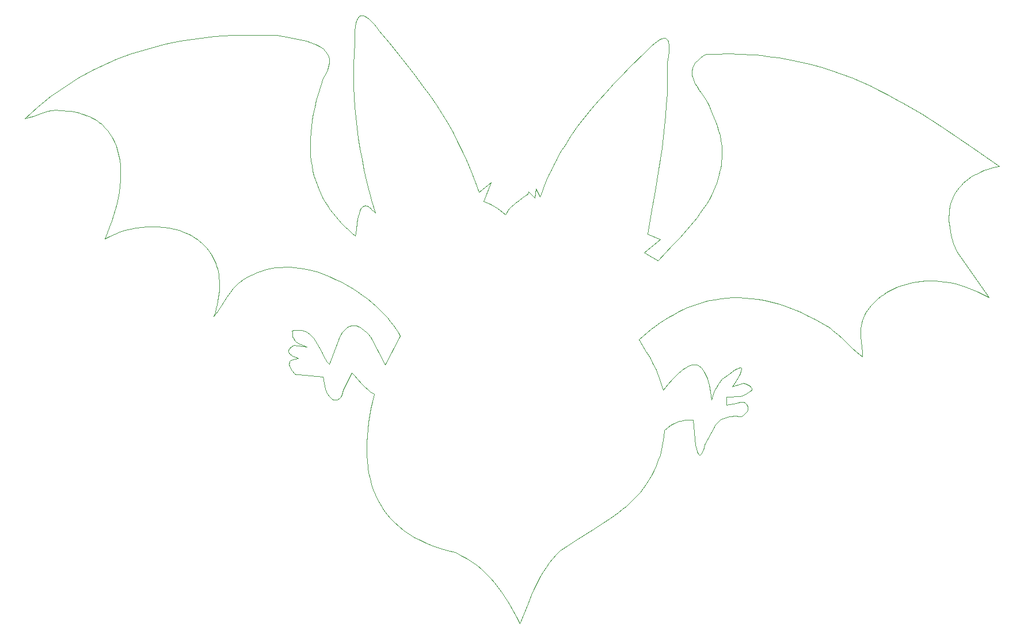
<source format=gbr>
%TF.GenerationSoftware,KiCad,Pcbnew,(5.1.9)-1*%
%TF.CreationDate,2021-04-10T08:00:10+02:00*%
%TF.ProjectId,Fledermaus3,466c6564-6572-46d6-9175-73332e6b6963,rev?*%
%TF.SameCoordinates,Original*%
%TF.FileFunction,Profile,NP*%
%FSLAX46Y46*%
G04 Gerber Fmt 4.6, Leading zero omitted, Abs format (unit mm)*
G04 Created by KiCad (PCBNEW (5.1.9)-1) date 2021-04-10 08:00:10*
%MOMM*%
%LPD*%
G01*
G04 APERTURE LIST*
%TA.AperFunction,Profile*%
%ADD10C,0.100000*%
%TD*%
G04 APERTURE END LIST*
D10*
X-71733167Y25980392D02*
X-70800588Y26850286D01*
X-70800588Y26850286D02*
X-69851197Y27685249D01*
X-69851197Y27685249D02*
X-68885198Y28485630D01*
X-68885198Y28485630D02*
X-67902807Y29251779D01*
X-67902807Y29251779D02*
X-66904237Y29984044D01*
X-66904237Y29984044D02*
X-65889708Y30682775D01*
X-65889708Y30682775D02*
X-64859418Y31348320D01*
X-64859418Y31348320D02*
X-63813587Y31981029D01*
X-63813587Y31981029D02*
X-62752437Y32581250D01*
X-62752437Y32581250D02*
X-61676167Y33149333D01*
X-61676167Y33149333D02*
X-60584997Y33685627D01*
X-60584997Y33685627D02*
X-59479137Y34190481D01*
X-59479137Y34190481D02*
X-58358807Y34664244D01*
X-58358807Y34664244D02*
X-57224207Y35107265D01*
X-57224207Y35107265D02*
X-56075557Y35519893D01*
X-56075557Y35519893D02*
X-54913067Y35902477D01*
X-54913067Y35902477D02*
X-53736957Y36255367D01*
X-53736957Y36255367D02*
X-52547437Y36578911D01*
X-52547437Y36578911D02*
X-51344717Y36873458D01*
X-51344717Y36873458D02*
X-50129007Y37139358D01*
X-50129007Y37139358D02*
X-48900527Y37376959D01*
X-48900527Y37376959D02*
X-47659487Y37586612D01*
X-47659487Y37586612D02*
X-46406097Y37768663D01*
X-46406097Y37768663D02*
X-45140567Y37923464D01*
X-45140567Y37923464D02*
X-43863127Y38051363D01*
X-43863127Y38051363D02*
X-42573977Y38152708D01*
X-42573977Y38152708D02*
X-41273317Y38227848D01*
X-41273317Y38227848D02*
X-39961387Y38277138D01*
X-39961387Y38277138D02*
X-38638387Y38300918D01*
X-38638387Y38300918D02*
X-37304517Y38299518D01*
X-37304517Y38299518D02*
X-35960007Y38273338D01*
X-35960007Y38273338D02*
X-34605077Y38222698D01*
X-34605077Y38222698D02*
X-32857157Y37930608D01*
X-32857157Y37930608D02*
X-31995487Y37766460D01*
X-31995487Y37766460D02*
X-31159437Y37583063D01*
X-31159437Y37583063D02*
X-30362077Y37375034D01*
X-30362077Y37375034D02*
X-29616487Y37136990D01*
X-29616487Y37136990D02*
X-29267187Y37005029D01*
X-29267187Y37005029D02*
X-28935727Y36863545D01*
X-28935727Y36863545D02*
X-28623747Y36711865D01*
X-28623747Y36711865D02*
X-28332877Y36549317D01*
X-28332877Y36549317D02*
X-28064757Y36375226D01*
X-28064757Y36375226D02*
X-27821007Y36188920D01*
X-27821007Y36188920D02*
X-27603267Y35989726D01*
X-27603267Y35989726D02*
X-27413177Y35776972D01*
X-27413177Y35776972D02*
X-27252367Y35549983D01*
X-27252367Y35549983D02*
X-27122477Y35308087D01*
X-27122477Y35308087D02*
X-27025177Y35050612D01*
X-27025177Y35050612D02*
X-26961977Y34776883D01*
X-26961977Y34776883D02*
X-26934677Y34486229D01*
X-26934677Y34486229D02*
X-26944777Y34177975D01*
X-26944777Y34177975D02*
X-26993977Y33851449D01*
X-26993977Y33851449D02*
X-27083877Y33505979D01*
X-27083877Y33505979D02*
X-27216127Y33140890D01*
X-27216127Y33140890D02*
X-27392367Y32755511D01*
X-27392367Y32755511D02*
X-27614227Y32349167D01*
X-27614227Y32349167D02*
X-27883347Y31921187D01*
X-27883347Y31921187D02*
X-28249107Y30817609D01*
X-28249107Y30817609D02*
X-28572927Y29744855D01*
X-28572927Y29744855D02*
X-28855677Y28702285D01*
X-28855677Y28702285D02*
X-29098227Y27689259D01*
X-29098227Y27689259D02*
X-29301457Y26705136D01*
X-29301457Y26705136D02*
X-29466217Y25749277D01*
X-29466217Y25749277D02*
X-29593407Y24821042D01*
X-29593407Y24821042D02*
X-29683907Y23919791D01*
X-29683907Y23919791D02*
X-29738507Y23044884D01*
X-29738507Y23044884D02*
X-29758207Y22195680D01*
X-29758207Y22195680D02*
X-29743707Y21371540D01*
X-29743707Y21371540D02*
X-29696007Y20571824D01*
X-29696007Y20571824D02*
X-29616007Y19795892D01*
X-29616007Y19795892D02*
X-29504457Y19043104D01*
X-29504457Y19043104D02*
X-29362297Y18312820D01*
X-29362297Y18312820D02*
X-29190387Y17604399D01*
X-29190387Y17604399D02*
X-28989597Y16917203D01*
X-28989597Y16917203D02*
X-28760797Y16250590D01*
X-28760797Y16250590D02*
X-28504867Y15603921D01*
X-28504867Y15603921D02*
X-28222667Y14976556D01*
X-28222667Y14976556D02*
X-27915067Y14367853D01*
X-27915067Y14367853D02*
X-27582947Y13777176D01*
X-27582947Y13777176D02*
X-27227177Y13203885D01*
X-27227177Y13203885D02*
X-26848617Y12647334D01*
X-26848617Y12647334D02*
X-26448157Y12106888D01*
X-26448157Y12106888D02*
X-26026647Y11581907D01*
X-26026647Y11581907D02*
X-25584967Y11071751D01*
X-25584967Y11071751D02*
X-25123987Y10575776D01*
X-25123987Y10575776D02*
X-24644577Y10093348D01*
X-24644577Y10093348D02*
X-24147617Y9623821D01*
X-24147617Y9623821D02*
X-23633957Y9166560D01*
X-23633957Y9166560D02*
X-23104487Y8720923D01*
X-23104487Y8720923D02*
X-22978327Y9666877D01*
X-22978327Y9666877D02*
X-22844187Y10667571D01*
X-22844187Y10667571D02*
X-22764787Y11156314D01*
X-22764787Y11156314D02*
X-22672287Y11620185D01*
X-22672287Y11620185D02*
X-22562937Y12046330D01*
X-22562937Y12046330D02*
X-22433007Y12421901D01*
X-22433007Y12421901D02*
X-22278787Y12734038D01*
X-22278787Y12734038D02*
X-22191387Y12862303D01*
X-22191387Y12862303D02*
X-22096587Y12969893D01*
X-22096587Y12969893D02*
X-21993807Y13055193D01*
X-21993807Y13055193D02*
X-21882627Y13116613D01*
X-21882627Y13116613D02*
X-21762587Y13152533D01*
X-21762587Y13152533D02*
X-21633227Y13161333D01*
X-21633227Y13161333D02*
X-21494077Y13141433D01*
X-21494077Y13141433D02*
X-21344667Y13091223D01*
X-21344667Y13091223D02*
X-21184547Y13009083D01*
X-21184547Y13009083D02*
X-21013237Y12893420D01*
X-21013237Y12893420D02*
X-20830287Y12742618D01*
X-20830287Y12742618D02*
X-20635217Y12555074D01*
X-20635217Y12555074D02*
X-20427577Y12329180D01*
X-20427577Y12329180D02*
X-20206897Y12063330D01*
X-20206897Y12063330D02*
X-20668427Y13700619D01*
X-20668427Y13700619D02*
X-21093987Y15309517D01*
X-21093987Y15309517D02*
X-21483507Y16894198D01*
X-21483507Y16894198D02*
X-21836887Y18458843D01*
X-21836887Y18458843D02*
X-22154057Y20007630D01*
X-22154057Y20007630D02*
X-22434937Y21544738D01*
X-22434937Y21544738D02*
X-22679447Y23074345D01*
X-22679447Y23074345D02*
X-22887517Y24600629D01*
X-22887517Y24600629D02*
X-23059057Y26127768D01*
X-23059057Y26127768D02*
X-23193997Y27659942D01*
X-23193997Y27659942D02*
X-23292197Y29201329D01*
X-23292197Y29201329D02*
X-23353697Y30756107D01*
X-23353697Y30756107D02*
X-23378297Y32328454D01*
X-23378297Y32328454D02*
X-23365997Y33922549D01*
X-23365997Y33922549D02*
X-23316697Y35542571D01*
X-23316697Y35542571D02*
X-23230297Y37192697D01*
X-23230297Y37192697D02*
X-23237297Y38113797D01*
X-23237297Y38113797D02*
X-23204297Y38902233D01*
X-23204297Y38902233D02*
X-23133097Y39563268D01*
X-23133097Y39563268D02*
X-23025687Y40102167D01*
X-23025687Y40102167D02*
X-22959087Y40327461D01*
X-22959087Y40327461D02*
X-22884187Y40524194D01*
X-22884187Y40524194D02*
X-22801187Y40693026D01*
X-22801187Y40693026D02*
X-22710487Y40834613D01*
X-22710487Y40834613D02*
X-22612187Y40949615D01*
X-22612187Y40949615D02*
X-22506657Y41038685D01*
X-22506657Y41038685D02*
X-22394107Y41102485D01*
X-22394107Y41102485D02*
X-22274777Y41141675D01*
X-22274777Y41141675D02*
X-22148937Y41156915D01*
X-22148937Y41156915D02*
X-22016837Y41148815D01*
X-22016837Y41148815D02*
X-21878717Y41118115D01*
X-21878717Y41118115D02*
X-21734847Y41065435D01*
X-21734847Y41065435D02*
X-21585467Y40991435D01*
X-21585467Y40991435D02*
X-21430837Y40896775D01*
X-21430837Y40896775D02*
X-21106827Y40648094D01*
X-21106827Y40648094D02*
X-20764827Y40324653D01*
X-20764827Y40324653D02*
X-20406867Y39931717D01*
X-20406867Y39931717D02*
X-20034967Y39474551D01*
X-20034967Y39474551D02*
X-19651157Y38958418D01*
X-19651157Y38958418D02*
X-18158387Y37159572D01*
X-18158387Y37159572D02*
X-16771807Y35458215D01*
X-16771807Y35458215D02*
X-15485087Y33842335D01*
X-15485087Y33842335D02*
X-14291867Y32299917D01*
X-14291867Y32299917D02*
X-13185807Y30818949D01*
X-13185807Y30818949D02*
X-12160547Y29387419D01*
X-12160547Y29387419D02*
X-11209757Y27993312D01*
X-11209757Y27993312D02*
X-10327067Y26624616D01*
X-10327067Y26624616D02*
X-9506147Y25269319D01*
X-9506147Y25269319D02*
X-8740637Y23915407D01*
X-8740637Y23915407D02*
X-8024197Y22550866D01*
X-8024197Y22550866D02*
X-7350467Y21163685D01*
X-7350467Y21163685D02*
X-6713107Y19741850D01*
X-6713107Y19741850D02*
X-6105757Y18273348D01*
X-6105757Y18273348D02*
X-5522087Y16746167D01*
X-5522087Y16746167D02*
X-4955737Y15148292D01*
X-4955737Y15148292D02*
X-3189627Y16543941D01*
X-3189627Y16543941D02*
X-4237067Y13808852D01*
X-4237067Y13808852D02*
X-3441487Y13457229D01*
X-3441487Y13457229D02*
X-3043697Y13267295D01*
X-3043697Y13267295D02*
X-2645907Y13055835D01*
X-2645907Y13055835D02*
X-2248117Y12813773D01*
X-2248117Y12813773D02*
X-1850329Y12532031D01*
X-1850329Y12532031D02*
X-1452541Y12201522D01*
X-1452541Y12201522D02*
X-1054751Y11813174D01*
X-1054751Y11813174D02*
X-872156Y12138498D01*
X-872156Y12138498D02*
X-655259Y12447010D01*
X-655259Y12447010D02*
X-410522Y12739065D01*
X-410522Y12739065D02*
X-144401Y13015023D01*
X-144401Y13015023D02*
X136639Y13275240D01*
X136639Y13275240D02*
X426138Y13520073D01*
X426138Y13520073D02*
X1004671Y13965017D01*
X1004671Y13965017D02*
X1539510Y14352711D01*
X1539510Y14352711D02*
X1978962Y14686009D01*
X1978962Y14686009D02*
X2146769Y14833155D01*
X2146769Y14833155D02*
X2271345Y14967776D01*
X2271345Y14967776D02*
X2346235Y15090225D01*
X2346235Y15090225D02*
X2364965Y15200862D01*
X2364965Y15200862D02*
X3324283Y14292574D01*
X3324283Y14292574D02*
X3421153Y15647375D01*
X3421153Y15647375D02*
X4045118Y14455380D01*
X4045118Y14455380D02*
X4345155Y15287428D01*
X4345155Y15287428D02*
X4661681Y16103568D01*
X4661681Y16103568D02*
X4994252Y16904342D01*
X4994252Y16904342D02*
X5342417Y17690289D01*
X5342417Y17690289D02*
X5705725Y18461949D01*
X5705725Y18461949D02*
X6083730Y19219864D01*
X6083730Y19219864D02*
X6475980Y19964573D01*
X6475980Y19964573D02*
X6882025Y20696617D01*
X6882025Y20696617D02*
X7301419Y21416535D01*
X7301419Y21416535D02*
X7733711Y22124869D01*
X7733711Y22124869D02*
X8178452Y22822159D01*
X8178452Y22822159D02*
X8635191Y23508944D01*
X8635191Y23508944D02*
X9582873Y24853163D01*
X9582873Y24853163D02*
X10573161Y26161850D01*
X10573161Y26161850D02*
X11602462Y27439326D01*
X11602462Y27439326D02*
X12667182Y28689914D01*
X12667182Y28689914D02*
X13763729Y29917937D01*
X13763729Y29917937D02*
X14888505Y31127716D01*
X14888505Y31127716D02*
X16037915Y32323575D01*
X16037915Y32323575D02*
X17208371Y33509836D01*
X17208371Y33509836D02*
X19598035Y35870854D01*
X19598035Y35870854D02*
X20046631Y36309478D01*
X20046631Y36309478D02*
X20472840Y36705074D01*
X20472840Y36705074D02*
X20874274Y37051517D01*
X20874274Y37051517D02*
X21248543Y37342681D01*
X21248543Y37342681D02*
X21593271Y37572440D01*
X21593271Y37572440D02*
X21906064Y37734668D01*
X21906064Y37734668D02*
X22049741Y37788548D01*
X22049741Y37788548D02*
X22184543Y37823248D01*
X22184543Y37823248D02*
X22310168Y37837998D01*
X22310168Y37837998D02*
X22426317Y37831998D01*
X22426317Y37831998D02*
X22532698Y37804558D01*
X22532698Y37804558D02*
X22629008Y37754878D01*
X22629008Y37754878D02*
X22714948Y37682188D01*
X22714948Y37682188D02*
X22790218Y37585728D01*
X22790218Y37585728D02*
X22854528Y37464724D01*
X22854528Y37464724D02*
X22907578Y37318414D01*
X22907578Y37318414D02*
X22949068Y37146033D01*
X22949068Y37146033D02*
X22978698Y36946814D01*
X22978698Y36946814D02*
X23001188Y36464803D01*
X23001188Y36464803D02*
X22972658Y35866254D01*
X22972658Y35866254D02*
X22890728Y35145041D01*
X22890728Y35145041D02*
X22753018Y34295040D01*
X22753018Y34295040D02*
X22781608Y32729826D01*
X22781608Y32729826D02*
X22768508Y31160822D01*
X22768508Y31160822D02*
X22716658Y29588295D01*
X22716658Y29588295D02*
X22628998Y28012513D01*
X22628998Y28012513D02*
X22508461Y26433742D01*
X22508461Y26433742D02*
X22357990Y24852249D01*
X22357990Y24852249D02*
X22180516Y23268302D01*
X22180516Y23268302D02*
X21978977Y21682167D01*
X21978977Y21682167D02*
X21756314Y20094111D01*
X21756314Y20094111D02*
X21515459Y18504402D01*
X21515459Y18504402D02*
X20990930Y15321092D01*
X20990930Y15321092D02*
X20428887Y12134370D01*
X20428887Y12134370D02*
X19852828Y8946374D01*
X19852828Y8946374D02*
X21712439Y8188200D01*
X21712439Y8188200D02*
X19356970Y6265883D01*
X19356970Y6265883D02*
X21367226Y5067357D01*
X21367226Y5067357D02*
X23538024Y7327664D01*
X23538024Y7327664D02*
X24603652Y8473638D01*
X24603652Y8473638D02*
X25641692Y9641678D01*
X25641692Y9641678D02*
X26641351Y10840423D01*
X26641351Y10840423D02*
X27123408Y11454013D01*
X27123408Y11454013D02*
X27591820Y12078519D01*
X27591820Y12078519D02*
X28045240Y12715022D01*
X28045240Y12715022D02*
X28482310Y13364603D01*
X28482310Y13364603D02*
X28901680Y14028340D01*
X28901680Y14028340D02*
X29302010Y14707316D01*
X29302010Y14707316D02*
X29571570Y15332553D01*
X29571570Y15332553D02*
X29810990Y15938993D01*
X29810990Y15938993D02*
X30021470Y16527134D01*
X30021470Y16527134D02*
X30204210Y17097477D01*
X30204210Y17097477D02*
X30360400Y17650522D01*
X30360400Y17650522D02*
X30491250Y18186768D01*
X30491250Y18186768D02*
X30597950Y18706715D01*
X30597950Y18706715D02*
X30681750Y19210862D01*
X30681750Y19210862D02*
X30743750Y19699710D01*
X30743750Y19699710D02*
X30785250Y20173758D01*
X30785250Y20173758D02*
X30807350Y20633506D01*
X30807350Y20633506D02*
X30811350Y21079454D01*
X30811350Y21079454D02*
X30798350Y21512101D01*
X30798350Y21512101D02*
X30769650Y21931949D01*
X30769650Y21931949D02*
X30726350Y22339493D01*
X30726350Y22339493D02*
X30669750Y22735238D01*
X30669750Y22735238D02*
X30521220Y23493323D01*
X30521220Y23493323D02*
X30333670Y24210199D01*
X30333670Y24210199D02*
X30116700Y24889866D01*
X30116700Y24889866D02*
X29879890Y25536322D01*
X29879890Y25536322D02*
X29385160Y26745590D01*
X29385160Y26745590D02*
X28926230Y27869989D01*
X28926230Y27869989D02*
X28682850Y28342588D01*
X28682850Y28342588D02*
X28396560Y28815190D01*
X28396560Y28815190D02*
X27756210Y29760389D01*
X27756210Y29760389D02*
X27432616Y30232991D01*
X27432616Y30232991D02*
X27127046Y30705591D01*
X27127046Y30705591D02*
X26854734Y31178192D01*
X26854734Y31178192D02*
X26630918Y31650792D01*
X26630918Y31650792D02*
X26541958Y31887092D01*
X26541958Y31887092D02*
X26470828Y32123392D01*
X26470828Y32123392D02*
X26419438Y32359693D01*
X26419438Y32359693D02*
X26389698Y32595993D01*
X26389698Y32595993D02*
X26383498Y32832293D01*
X26383498Y32832293D02*
X26402758Y33068593D01*
X26402758Y33068593D02*
X26449378Y33304893D01*
X26449378Y33304893D02*
X26525248Y33541194D01*
X26525248Y33541194D02*
X26632291Y33777494D01*
X26632291Y33777494D02*
X26772401Y34013794D01*
X26772401Y34013794D02*
X26947484Y34250094D01*
X26947484Y34250094D02*
X27159444Y34486394D01*
X27159444Y34486394D02*
X27410182Y34722695D01*
X27410182Y34722695D02*
X27701610Y34958995D01*
X27701610Y34958995D02*
X28035630Y35195295D01*
X28035630Y35195295D02*
X28414150Y35431595D01*
X28414150Y35431595D02*
X29377270Y35478955D01*
X29377270Y35478955D02*
X30328320Y35508805D01*
X30328320Y35508805D02*
X31267440Y35521535D01*
X31267440Y35521535D02*
X32194770Y35517535D01*
X32194770Y35517535D02*
X33110450Y35497155D01*
X33110450Y35497155D02*
X34014630Y35460785D01*
X34014630Y35460785D02*
X34907440Y35408815D01*
X34907440Y35408815D02*
X35789030Y35341615D01*
X35789030Y35341615D02*
X36659550Y35259565D01*
X36659550Y35259565D02*
X37519120Y35163055D01*
X37519120Y35163055D02*
X38367900Y35052454D01*
X38367900Y35052454D02*
X39206030Y34928146D01*
X39206030Y34928146D02*
X40850910Y34639924D01*
X40850910Y34639924D02*
X42454880Y34301425D01*
X42454880Y34301425D02*
X44019080Y33915686D01*
X44019080Y33915686D02*
X45544660Y33485744D01*
X45544660Y33485744D02*
X47032750Y33014636D01*
X47032750Y33014636D02*
X48484490Y32505398D01*
X48484490Y32505398D02*
X49901020Y31961068D01*
X49901020Y31961068D02*
X51283470Y31384681D01*
X51283470Y31384681D02*
X52632980Y30779274D01*
X52632980Y30779274D02*
X53950690Y30147885D01*
X53950690Y30147885D02*
X55237730Y29493552D01*
X55237730Y29493552D02*
X56495250Y28819307D01*
X56495250Y28819307D02*
X57724380Y28128192D01*
X57724380Y28128192D02*
X58926260Y27423240D01*
X58926260Y27423240D02*
X60102020Y26707490D01*
X60102020Y26707490D02*
X61252820Y25983977D01*
X61252820Y25983977D02*
X63484020Y24525813D01*
X63484020Y24525813D02*
X65628970Y23073042D01*
X65628970Y23073042D02*
X67696770Y21649956D01*
X67696770Y21649956D02*
X69696530Y20280851D01*
X69696530Y20280851D02*
X71637330Y18990021D01*
X71637330Y18990021D02*
X71028020Y18851236D01*
X71028020Y18851236D02*
X70443120Y18694775D01*
X70443120Y18694775D02*
X69882850Y18520762D01*
X69882850Y18520762D02*
X69347420Y18329318D01*
X69347420Y18329318D02*
X68837070Y18120569D01*
X68837070Y18120569D02*
X68352000Y17894635D01*
X68352000Y17894635D02*
X67892440Y17651640D01*
X67892440Y17651640D02*
X67458610Y17391706D01*
X67458610Y17391706D02*
X67050730Y17114957D01*
X67050730Y17114957D02*
X66669020Y16821516D01*
X66669020Y16821516D02*
X66313700Y16511505D01*
X66313700Y16511505D02*
X65984980Y16185046D01*
X65984980Y16185046D02*
X65683090Y15842264D01*
X65683090Y15842264D02*
X65408250Y15483280D01*
X65408250Y15483280D02*
X65160670Y15108218D01*
X65160670Y15108218D02*
X64940590Y14717200D01*
X64940590Y14717200D02*
X64748210Y14310351D01*
X64748210Y14310351D02*
X64583750Y13887790D01*
X64583750Y13887790D02*
X64447450Y13449643D01*
X64447450Y13449643D02*
X64339510Y12996030D01*
X64339510Y12996030D02*
X64260210Y12527078D01*
X64260210Y12527078D02*
X64209610Y12042909D01*
X64209610Y12042909D02*
X64188110Y11543640D01*
X64188110Y11543640D02*
X64196110Y11029401D01*
X64196110Y11029401D02*
X64233310Y10500311D01*
X64233310Y10500311D02*
X64300210Y9956494D01*
X64300210Y9956494D02*
X64397010Y9398073D01*
X64397010Y9398073D02*
X64523920Y8825170D01*
X64523920Y8825170D02*
X64681180Y8237909D01*
X64681180Y8237909D02*
X64869010Y7636413D01*
X64869010Y7636413D02*
X65087620Y7020802D01*
X65087620Y7020802D02*
X65337230Y6391202D01*
X65337230Y6391202D02*
X70125880Y-351183D01*
X70125880Y-351183D02*
X69257330Y111150D01*
X69257330Y111150D02*
X68402770Y520834D01*
X68402770Y520834D02*
X67562730Y879643D01*
X67562730Y879643D02*
X66737710Y1189356D01*
X66737710Y1189356D02*
X65928210Y1451746D01*
X65928210Y1451746D02*
X65134760Y1668588D01*
X65134760Y1668588D02*
X64357850Y1841660D01*
X64357850Y1841660D02*
X63598000Y1972737D01*
X63598000Y1972737D02*
X62855710Y2063587D01*
X62855710Y2063587D02*
X62131500Y2115997D01*
X62131500Y2115997D02*
X61425870Y2131737D01*
X61425870Y2131737D02*
X60739340Y2112577D01*
X60739340Y2112577D02*
X60072410Y2060307D01*
X60072410Y2060307D02*
X59425600Y1976687D01*
X59425600Y1976687D02*
X58799400Y1863503D01*
X58799400Y1863503D02*
X58194340Y1722525D01*
X58194340Y1722525D02*
X57610910Y1555534D01*
X57610910Y1555534D02*
X57049640Y1364298D01*
X57049640Y1364298D02*
X56511030Y1150597D01*
X56511030Y1150597D02*
X55995580Y916205D01*
X55995580Y916205D02*
X55503810Y662898D01*
X55503810Y662898D02*
X55036230Y392452D01*
X55036230Y392452D02*
X54593350Y106644D01*
X54593350Y106644D02*
X54175670Y-192756D01*
X54175670Y-192756D02*
X53783710Y-503970D01*
X53783710Y-503970D02*
X53417970Y-825216D01*
X53417970Y-825216D02*
X53078960Y-1154728D01*
X53078960Y-1154728D02*
X52767200Y-1490728D01*
X52767200Y-1490728D02*
X52483190Y-1831437D01*
X52483190Y-1831437D02*
X52227440Y-2175083D01*
X52227440Y-2175083D02*
X52000460Y-2519891D01*
X52000460Y-2519891D02*
X51802760Y-2864082D01*
X51802760Y-2864082D02*
X51604160Y-3280407D01*
X51604160Y-3280407D02*
X51449920Y-3694747D01*
X51449920Y-3694747D02*
X51335640Y-4106661D01*
X51335640Y-4106661D02*
X51256940Y-4515709D01*
X51256940Y-4515709D02*
X51209340Y-4921453D01*
X51209340Y-4921453D02*
X51188440Y-5323448D01*
X51188440Y-5323448D02*
X51189440Y-5721257D01*
X51189440Y-5721257D02*
X51208840Y-6114438D01*
X51208840Y-6114438D02*
X51283640Y-6885162D01*
X51283640Y-6885162D02*
X51377240Y-7632094D01*
X51377240Y-7632094D02*
X51454340Y-8351715D01*
X51454340Y-8351715D02*
X51475640Y-8700185D01*
X51475640Y-8700185D02*
X51479640Y-9040502D01*
X51479640Y-9040502D02*
X50637610Y-8359505D01*
X50637610Y-8359505D02*
X49872160Y-7687500D01*
X49872160Y-7687500D02*
X48487060Y-6398222D01*
X48487060Y-6398222D02*
X47825460Y-5794824D01*
X47825460Y-5794824D02*
X47156550Y-5228169D01*
X47156550Y-5228169D02*
X46812790Y-4960789D01*
X46812790Y-4960789D02*
X46459330Y-4705196D01*
X46459330Y-4705196D02*
X46093550Y-4462258D01*
X46093550Y-4462258D02*
X45712840Y-4232843D01*
X45712840Y-4232843D02*
X44548210Y-3592806D01*
X44548210Y-3592806D02*
X43407490Y-3016570D01*
X43407490Y-3016570D02*
X42290330Y-2502347D01*
X42290330Y-2502347D02*
X41196380Y-2048348D01*
X41196380Y-2048348D02*
X40125310Y-1652785D01*
X40125310Y-1652785D02*
X39076770Y-1313867D01*
X39076770Y-1313867D02*
X38050410Y-1029805D01*
X38050410Y-1029805D02*
X37045890Y-798814D01*
X37045890Y-798814D02*
X36062870Y-619095D01*
X36062870Y-619095D02*
X35101000Y-488870D01*
X35101000Y-488870D02*
X34159950Y-406340D01*
X34159950Y-406340D02*
X33239360Y-369720D01*
X33239360Y-369720D02*
X32338890Y-377220D01*
X32338890Y-377220D02*
X31458190Y-427050D01*
X31458190Y-427050D02*
X30596940Y-517430D01*
X30596940Y-517430D02*
X29754770Y-646557D01*
X29754770Y-646557D02*
X28931350Y-812649D01*
X28931350Y-812649D02*
X28126330Y-1013915D01*
X28126330Y-1013915D02*
X27339362Y-1248566D01*
X27339362Y-1248566D02*
X26570118Y-1514814D01*
X26570118Y-1514814D02*
X25818246Y-1810866D01*
X25818246Y-1810866D02*
X25083397Y-2134936D01*
X25083397Y-2134936D02*
X24365234Y-2485234D01*
X24365234Y-2485234D02*
X23663410Y-2859968D01*
X23663410Y-2859968D02*
X22977581Y-3257351D01*
X22977581Y-3257351D02*
X22307405Y-3675597D01*
X22307405Y-3675597D02*
X21652535Y-4112911D01*
X21652535Y-4112911D02*
X21012629Y-4567507D01*
X21012629Y-4567507D02*
X20387345Y-5037592D01*
X20387345Y-5037592D02*
X19776335Y-5521383D01*
X19776335Y-5521383D02*
X19179257Y-6017085D01*
X19179257Y-6017085D02*
X18595769Y-6522913D01*
X18595769Y-6522913D02*
X19664590Y-8283575D01*
X19664590Y-8283575D02*
X20179700Y-9175488D01*
X20179700Y-9175488D02*
X20667375Y-10083858D01*
X20667375Y-10083858D02*
X21116698Y-11015244D01*
X21116698Y-11015244D02*
X21323560Y-11491613D01*
X21323560Y-11491613D02*
X21516740Y-11976195D01*
X21516740Y-11976195D02*
X21694865Y-12469807D01*
X21694865Y-12469807D02*
X21856576Y-12973269D01*
X21856576Y-12973269D02*
X22000507Y-13487400D01*
X22000507Y-13487400D02*
X22125290Y-14013018D01*
X22125290Y-14013018D02*
X22836831Y-13127596D01*
X22836831Y-13127596D02*
X23514461Y-12351771D01*
X23514461Y-12351771D02*
X24157940Y-11689927D01*
X24157940Y-11689927D02*
X24466802Y-11403118D01*
X24466802Y-11403118D02*
X24767043Y-11146451D01*
X24767043Y-11146451D02*
X25058627Y-10920476D01*
X25058627Y-10920476D02*
X25341528Y-10725737D01*
X25341528Y-10725737D02*
X25615718Y-10562783D01*
X25615718Y-10562783D02*
X25881169Y-10432164D01*
X25881169Y-10432164D02*
X26137847Y-10334424D01*
X26137847Y-10334424D02*
X26385729Y-10270124D01*
X26385729Y-10270124D02*
X26624781Y-10239804D01*
X26624781Y-10239804D02*
X26854973Y-10244004D01*
X26854973Y-10244004D02*
X27076281Y-10283284D01*
X27076281Y-10283284D02*
X27288673Y-10358194D01*
X27288673Y-10358194D02*
X27492122Y-10469274D01*
X27492122Y-10469274D02*
X27686590Y-10617078D01*
X27686590Y-10617078D02*
X27872060Y-10802149D01*
X27872060Y-10802149D02*
X28048490Y-11025042D01*
X28048490Y-11025042D02*
X28215880Y-11286302D01*
X28215880Y-11286302D02*
X28374160Y-11586477D01*
X28374160Y-11586477D02*
X28523320Y-11926115D01*
X28523320Y-11926115D02*
X28663330Y-12305768D01*
X28663330Y-12305768D02*
X28794170Y-12725982D01*
X28794170Y-12725982D02*
X28915790Y-13187304D01*
X28915790Y-13187304D02*
X29028180Y-13690285D01*
X29028180Y-13690285D02*
X29131310Y-14235473D01*
X29131310Y-14235473D02*
X29225110Y-14823416D01*
X29225110Y-14823416D02*
X29309610Y-15454662D01*
X29309610Y-15454662D02*
X29460600Y-14848144D01*
X29460600Y-14848144D02*
X29628600Y-14343647D01*
X29628600Y-14343647D02*
X29810380Y-13921910D01*
X29810380Y-13921910D02*
X30002760Y-13563680D01*
X30002760Y-13563680D02*
X30202500Y-13249701D01*
X30202500Y-13249701D02*
X30406420Y-12960715D01*
X30406420Y-12960715D02*
X30813900Y-12380706D01*
X30813900Y-12380706D02*
X31863240Y-11573851D01*
X31863240Y-11573851D02*
X32301850Y-11264559D01*
X32301850Y-11264559D02*
X32681830Y-11019391D01*
X32681830Y-11019391D02*
X33002240Y-10839366D01*
X33002240Y-10839366D02*
X33262160Y-10725515D01*
X33262160Y-10725515D02*
X33460640Y-10678865D01*
X33460640Y-10678865D02*
X33536540Y-10680965D01*
X33536540Y-10680965D02*
X33596740Y-10700335D01*
X33596740Y-10700335D02*
X33641140Y-10737025D01*
X33641140Y-10737025D02*
X33669540Y-10791155D01*
X33669540Y-10791155D02*
X33681940Y-10862845D01*
X33681940Y-10862845D02*
X33677940Y-10952235D01*
X33677940Y-10952235D02*
X33621340Y-11184614D01*
X33621340Y-11184614D02*
X33498580Y-11489313D01*
X33498580Y-11489313D02*
X33308760Y-11867355D01*
X33308760Y-11867355D02*
X33050950Y-12319769D01*
X33050950Y-12319769D02*
X32724210Y-12847575D01*
X32724210Y-12847575D02*
X32327600Y-13451802D01*
X32327600Y-13451802D02*
X33968760Y-12942431D01*
X33968760Y-12942431D02*
X34296400Y-13078136D01*
X34296400Y-13078136D02*
X34647160Y-13235844D01*
X34647160Y-13235844D02*
X34810490Y-13324364D01*
X34810490Y-13324364D02*
X34954760Y-13420094D01*
X34954760Y-13420094D02*
X35071670Y-13523588D01*
X35071670Y-13523588D02*
X35152970Y-13635417D01*
X35152970Y-13635417D02*
X35190370Y-13756152D01*
X35190370Y-13756152D02*
X35175470Y-13886356D01*
X35175470Y-13886356D02*
X35100170Y-14026596D01*
X35100170Y-14026596D02*
X34956040Y-14177440D01*
X34956040Y-14177440D02*
X34734870Y-14339458D01*
X34734870Y-14339458D02*
X34428360Y-14513212D01*
X34428360Y-14513212D02*
X34028220Y-14699272D01*
X34028220Y-14699272D02*
X33526190Y-14898207D01*
X33526190Y-14898207D02*
X31507080Y-15022829D01*
X31507080Y-15022829D02*
X31507080Y-16222034D01*
X31507080Y-16222034D02*
X32895590Y-15968029D01*
X32895590Y-15968029D02*
X33212900Y-15846852D01*
X33212900Y-15846852D02*
X33502560Y-15781732D01*
X33502560Y-15781732D02*
X33762810Y-15767502D01*
X33762810Y-15767502D02*
X33991840Y-15798982D01*
X33991840Y-15798982D02*
X34187870Y-15870992D01*
X34187870Y-15870992D02*
X34349110Y-15978368D01*
X34349110Y-15978368D02*
X34473770Y-16115938D01*
X34473770Y-16115938D02*
X34560070Y-16278527D01*
X34560070Y-16278527D02*
X34606170Y-16460960D01*
X34606170Y-16460960D02*
X34610170Y-16658064D01*
X34610170Y-16658064D02*
X34570570Y-16864669D01*
X34570570Y-16864669D02*
X34485470Y-17075600D01*
X34485470Y-17075600D02*
X34353050Y-17285682D01*
X34353050Y-17285682D02*
X34171530Y-17489747D01*
X34171530Y-17489747D02*
X33939100Y-17682618D01*
X33939100Y-17682618D02*
X33653980Y-17859118D01*
X33653980Y-17859118D02*
X33268700Y-17831938D01*
X33268700Y-17831938D02*
X32902610Y-17821808D01*
X32902610Y-17821808D02*
X32555510Y-17828608D01*
X32555510Y-17828608D02*
X32227210Y-17852078D01*
X32227210Y-17852078D02*
X31917510Y-17892078D01*
X31917510Y-17892078D02*
X31626210Y-17948438D01*
X31626210Y-17948438D02*
X31353110Y-18020978D01*
X31353110Y-18020978D02*
X31098020Y-18109518D01*
X31098020Y-18109518D02*
X30860740Y-18213889D01*
X30860740Y-18213889D02*
X30641070Y-18333914D01*
X30641070Y-18333914D02*
X30438810Y-18469418D01*
X30438810Y-18469418D02*
X30253770Y-18620228D01*
X30253770Y-18620228D02*
X30085750Y-18786164D01*
X30085750Y-18786164D02*
X29934550Y-18967052D01*
X29934550Y-18967052D02*
X29799970Y-19162716D01*
X29799970Y-19162716D02*
X29681820Y-19372983D01*
X29681820Y-19372983D02*
X28296020Y-22018589D01*
X28296020Y-22018589D02*
X28174090Y-22432630D01*
X28174090Y-22432630D02*
X28058450Y-22774181D01*
X28058450Y-22774181D02*
X27948790Y-23047170D01*
X27948790Y-23047170D02*
X27844740Y-23255529D01*
X27844740Y-23255529D02*
X27745940Y-23403185D01*
X27745940Y-23403185D02*
X27652140Y-23494065D01*
X27652140Y-23494065D02*
X27562940Y-23532095D01*
X27562940Y-23532095D02*
X27477940Y-23521225D01*
X27477940Y-23521225D02*
X27396840Y-23465355D01*
X27396840Y-23465355D02*
X27319340Y-23368425D01*
X27319340Y-23368425D02*
X27245070Y-23234363D01*
X27245070Y-23234363D02*
X27173690Y-23067099D01*
X27173690Y-23067099D02*
X27038220Y-22648671D01*
X27038220Y-22648671D02*
X26910199Y-22144579D01*
X26910199Y-22144579D02*
X26532255Y-18365138D01*
X26532255Y-18365138D02*
X25928875Y-18358838D01*
X25928875Y-18358838D02*
X25349745Y-18409078D01*
X25349745Y-18409078D02*
X24794702Y-18515517D01*
X24794702Y-18515517D02*
X24526158Y-18589687D01*
X24526158Y-18589687D02*
X24263572Y-18677757D01*
X24263572Y-18677757D02*
X24006923Y-18779683D01*
X24006923Y-18779683D02*
X23756194Y-18895414D01*
X23756194Y-18895414D02*
X23272395Y-19168091D01*
X23272395Y-19168091D02*
X22812009Y-19495404D01*
X22812009Y-19495404D02*
X22374870Y-19876955D01*
X22374870Y-19876955D02*
X22266060Y-20858183D01*
X22266060Y-20858183D02*
X22116856Y-21793080D01*
X22116856Y-21793080D02*
X21928899Y-22683525D01*
X21928899Y-22683525D02*
X21703837Y-23531406D01*
X21703837Y-23531406D02*
X21443307Y-24338605D01*
X21443307Y-24338605D02*
X21148955Y-25107010D01*
X21148955Y-25107010D02*
X20822422Y-25838499D01*
X20822422Y-25838499D02*
X20465351Y-26534964D01*
X20465351Y-26534964D02*
X20079388Y-27198274D01*
X20079388Y-27198274D02*
X19666169Y-27830340D01*
X19666169Y-27830340D02*
X19227342Y-28433010D01*
X19227342Y-28433010D02*
X18764546Y-29008200D01*
X18764546Y-29008200D02*
X18279427Y-29557780D01*
X18279427Y-29557780D02*
X17773623Y-30083640D01*
X17773623Y-30083640D02*
X17248782Y-30587660D01*
X17248782Y-30587660D02*
X16706545Y-31071720D01*
X16706545Y-31071720D02*
X16148552Y-31537710D01*
X16148552Y-31537710D02*
X15576449Y-31987520D01*
X15576449Y-31987520D02*
X14991876Y-32423030D01*
X14991876Y-32423030D02*
X14396476Y-32846120D01*
X14396476Y-32846120D02*
X13179769Y-33662560D01*
X13179769Y-33662560D02*
X11939468Y-34451950D01*
X11939468Y-34451950D02*
X9440648Y-36009830D01*
X9440648Y-36009830D02*
X8208409Y-36808450D01*
X8208409Y-36808450D02*
X7005142Y-37640330D01*
X7005142Y-37640330D02*
X6431838Y-38207980D01*
X6431838Y-38207980D02*
X5902417Y-38797580D01*
X5902417Y-38797580D02*
X5413285Y-39407320D01*
X5413285Y-39407320D02*
X4960842Y-40035410D01*
X4960842Y-40035410D02*
X4541493Y-40680060D01*
X4541493Y-40680060D02*
X4151640Y-41339430D01*
X4151640Y-41339430D02*
X3787687Y-42011770D01*
X3787687Y-42011770D02*
X3446033Y-42695250D01*
X3446033Y-42695250D02*
X3123086Y-43388090D01*
X3123086Y-43388090D02*
X2815246Y-44088480D01*
X2815246Y-44088480D02*
X2230498Y-45504730D01*
X2230498Y-45504730D02*
X1663014Y-46929610D01*
X1663014Y-46929610D02*
X1084016Y-48348740D01*
X1084016Y-48348740D02*
X682450Y-47538660D01*
X682450Y-47538660D02*
X266501Y-46740250D01*
X266501Y-46740250D02*
X-166262Y-45955520D01*
X-166262Y-45955520D02*
X-618263Y-45186400D01*
X-618263Y-45186400D02*
X-1091933Y-44434910D01*
X-1091933Y-44434910D02*
X-1589694Y-43702980D01*
X-1589694Y-43702980D02*
X-2113978Y-42992600D01*
X-2113978Y-42992600D02*
X-2667218Y-42305750D01*
X-2667218Y-42305750D02*
X-3251828Y-41644370D01*
X-3251828Y-41644370D02*
X-3870238Y-41010490D01*
X-3870238Y-41010490D02*
X-4524888Y-40406020D01*
X-4524888Y-40406020D02*
X-5218188Y-39832980D01*
X-5218188Y-39832980D02*
X-5952578Y-39293320D01*
X-5952578Y-39293320D02*
X-6730488Y-38789000D01*
X-6730488Y-38789000D02*
X-7554338Y-38322010D01*
X-7554338Y-38322010D02*
X-8426558Y-37894330D01*
X-8426558Y-37894330D02*
X-9582138Y-37605480D01*
X-9582138Y-37605480D02*
X-10676788Y-37280860D01*
X-10676788Y-37280860D02*
X-11711538Y-36921190D01*
X-11711538Y-36921190D02*
X-12687428Y-36527250D01*
X-12687428Y-36527250D02*
X-13605498Y-36099740D01*
X-13605498Y-36099740D02*
X-14466788Y-35639440D01*
X-14466788Y-35639440D02*
X-15272328Y-35147080D01*
X-15272328Y-35147080D02*
X-16023168Y-34623390D01*
X-16023168Y-34623390D02*
X-16720348Y-34069120D01*
X-16720348Y-34069120D02*
X-17364898Y-33485010D01*
X-17364898Y-33485010D02*
X-17957858Y-32871790D01*
X-17957858Y-32871790D02*
X-18500268Y-32230220D01*
X-18500268Y-32230220D02*
X-18993168Y-31561050D01*
X-18993168Y-31561050D02*
X-19437598Y-30864980D01*
X-19437598Y-30864980D02*
X-19834598Y-30142790D01*
X-19834598Y-30142790D02*
X-20185198Y-29395210D01*
X-20185198Y-29395210D02*
X-20490448Y-28622970D01*
X-20490448Y-28622970D02*
X-20751378Y-27826840D01*
X-20751378Y-27826840D02*
X-20969028Y-27007523D01*
X-20969028Y-27007523D02*
X-21144438Y-26165794D01*
X-21144438Y-26165794D02*
X-21278648Y-25302381D01*
X-21278648Y-25302381D02*
X-21372648Y-24418022D01*
X-21372648Y-24418022D02*
X-21427548Y-23513462D01*
X-21427548Y-23513462D02*
X-21444348Y-22589444D01*
X-21444348Y-22589444D02*
X-21424148Y-21646705D01*
X-21424148Y-21646705D02*
X-21367948Y-20685992D01*
X-21367948Y-20685992D02*
X-21276748Y-19708045D01*
X-21276748Y-19708045D02*
X-21151638Y-18713603D01*
X-21151638Y-18713603D02*
X-20993638Y-17703411D01*
X-20993638Y-17703411D02*
X-20803788Y-16678208D01*
X-20803788Y-16678208D02*
X-20583118Y-15638734D01*
X-20583118Y-15638734D02*
X-20332688Y-14585735D01*
X-20332688Y-14585735D02*
X-20588128Y-14439611D01*
X-20588128Y-14439611D02*
X-20830758Y-14280681D01*
X-20830758Y-14280681D02*
X-21282798Y-13929584D01*
X-21282798Y-13929584D02*
X-21699138Y-13542801D01*
X-21699138Y-13542801D02*
X-22090168Y-13130691D01*
X-22090168Y-13130691D02*
X-22837678Y-12271935D01*
X-22837678Y-12271935D02*
X-23214878Y-11846012D01*
X-23214878Y-11846012D02*
X-23608198Y-11436201D01*
X-23608198Y-11436201D02*
X-24868018Y-13955828D01*
X-24868018Y-13955828D02*
X-24967918Y-14340400D01*
X-24967918Y-14340400D02*
X-25090778Y-14679083D01*
X-25090778Y-14679083D02*
X-25240068Y-14964875D01*
X-25240068Y-14964875D02*
X-25325768Y-15085747D01*
X-25325768Y-15085747D02*
X-25419368Y-15190771D01*
X-25419368Y-15190771D02*
X-25521318Y-15279071D01*
X-25521318Y-15279071D02*
X-25632058Y-15349771D01*
X-25632058Y-15349771D02*
X-25752048Y-15402001D01*
X-25752048Y-15402001D02*
X-25881698Y-15434881D01*
X-25881698Y-15434881D02*
X-26021468Y-15447531D01*
X-26021468Y-15447531D02*
X-26171788Y-15439131D01*
X-26171788Y-15439131D02*
X-26333098Y-15408711D01*
X-26333098Y-15408711D02*
X-26505828Y-15355441D01*
X-26505828Y-15355441D02*
X-26692028Y-15192543D01*
X-26692028Y-15192543D02*
X-26857008Y-15020548D01*
X-26857008Y-15020548D02*
X-27002458Y-14840187D01*
X-27002458Y-14840187D02*
X-27130098Y-14652187D01*
X-27130098Y-14652187D02*
X-27241618Y-14457282D01*
X-27241618Y-14457282D02*
X-27338718Y-14256198D01*
X-27338718Y-14256198D02*
X-27496498Y-13838416D01*
X-27496498Y-13838416D02*
X-27617048Y-13404682D01*
X-27617048Y-13404682D02*
X-27714048Y-12960835D01*
X-27714048Y-12960835D02*
X-27891668Y-12066160D01*
X-27891668Y-12066160D02*
X-31545128Y-11660162D01*
X-31545128Y-11660162D02*
X-31630428Y-11692012D01*
X-31630428Y-11692012D02*
X-31713028Y-11703602D01*
X-31713028Y-11703602D02*
X-31793228Y-11696702D01*
X-31793228Y-11696702D02*
X-31871228Y-11672972D01*
X-31871228Y-11672972D02*
X-32021088Y-11581982D01*
X-32021088Y-11581982D02*
X-32164068Y-11444481D01*
X-32164068Y-11444481D02*
X-32301588Y-11274277D01*
X-32301588Y-11274277D02*
X-32435098Y-11085172D01*
X-32435098Y-11085172D02*
X-32695738Y-10705484D01*
X-32695738Y-10705484D02*
X-32779238Y-10446303D01*
X-32779238Y-10446303D02*
X-32825838Y-10227771D01*
X-32825838Y-10227771D02*
X-32838938Y-10046066D01*
X-32838938Y-10046066D02*
X-32822038Y-9897357D01*
X-32822038Y-9897357D02*
X-32778638Y-9777823D01*
X-32778638Y-9777823D02*
X-32712138Y-9683643D01*
X-32712138Y-9683643D02*
X-32626138Y-9610983D01*
X-32626138Y-9610983D02*
X-32524018Y-9556023D01*
X-32524018Y-9556023D02*
X-32285438Y-9483913D01*
X-32285438Y-9483913D02*
X-32024208Y-9436703D01*
X-32024208Y-9436703D02*
X-31768158Y-9383803D01*
X-31768158Y-9383803D02*
X-31650758Y-9345653D01*
X-31650758Y-9345653D02*
X-31545098Y-9294603D01*
X-31545098Y-9294603D02*
X-31853738Y-9183402D01*
X-31853738Y-9183402D02*
X-32121248Y-9070483D01*
X-32121248Y-9070483D02*
X-32348708Y-8955897D01*
X-32348708Y-8955897D02*
X-32537208Y-8839687D01*
X-32537208Y-8839687D02*
X-32687828Y-8721899D01*
X-32687828Y-8721899D02*
X-32801658Y-8602578D01*
X-32801658Y-8602578D02*
X-32879758Y-8481772D01*
X-32879758Y-8481772D02*
X-32923258Y-8359518D01*
X-32923258Y-8359518D02*
X-32933258Y-8235870D01*
X-32933258Y-8235870D02*
X-32910758Y-8110871D01*
X-32910758Y-8110871D02*
X-32856958Y-7984564D01*
X-32856958Y-7984564D02*
X-32772858Y-7856995D01*
X-32772858Y-7856995D02*
X-32659548Y-7728209D01*
X-32659548Y-7728209D02*
X-32518138Y-7598254D01*
X-32518138Y-7598254D02*
X-32155338Y-7335009D01*
X-32155338Y-7335009D02*
X-30285308Y-7656848D01*
X-30285308Y-7656848D02*
X-30707498Y-7490081D01*
X-30707498Y-7490081D02*
X-31067698Y-7326416D01*
X-31067698Y-7326416D02*
X-31370968Y-7165594D01*
X-31370968Y-7165594D02*
X-31622388Y-7007368D01*
X-31622388Y-7007368D02*
X-31827038Y-6851478D01*
X-31827038Y-6851478D02*
X-31990008Y-6697673D01*
X-31990008Y-6697673D02*
X-32116358Y-6545699D01*
X-32116358Y-6545699D02*
X-32211158Y-6395299D01*
X-32211158Y-6395299D02*
X-32279558Y-6246228D01*
X-32279558Y-6246228D02*
X-32326558Y-6098220D01*
X-32326558Y-6098220D02*
X-32376658Y-5804403D01*
X-32376658Y-5804403D02*
X-32402158Y-5511810D01*
X-32402158Y-5511810D02*
X-32443758Y-5218419D01*
X-32443758Y-5218419D02*
X-32113108Y-5169159D01*
X-32113108Y-5169159D02*
X-31801528Y-5145029D01*
X-31801528Y-5145029D02*
X-31508148Y-5144812D01*
X-31508148Y-5144812D02*
X-31232088Y-5167332D01*
X-31232088Y-5167332D02*
X-30972458Y-5211362D01*
X-30972458Y-5211362D02*
X-30728388Y-5275712D01*
X-30728388Y-5275712D02*
X-30498998Y-5359192D01*
X-30498998Y-5359192D02*
X-30283408Y-5460596D01*
X-30283408Y-5460596D02*
X-30080738Y-5578730D01*
X-30080738Y-5578730D02*
X-29890118Y-5712390D01*
X-29890118Y-5712390D02*
X-29710658Y-5860379D01*
X-29710658Y-5860379D02*
X-29541488Y-6021497D01*
X-29541488Y-6021497D02*
X-29230488Y-6378327D01*
X-29230488Y-6378327D02*
X-28950098Y-6773284D01*
X-28950098Y-6773284D02*
X-28693268Y-7196774D01*
X-28693268Y-7196774D02*
X-28452988Y-7639207D01*
X-28452988Y-7639207D02*
X-27993938Y-8542527D01*
X-27993938Y-8542527D02*
X-27761108Y-8984225D01*
X-27761108Y-8984225D02*
X-27516698Y-9406494D01*
X-27516698Y-9406494D02*
X-27253698Y-9799737D01*
X-27253698Y-9799737D02*
X-26965058Y-10154360D01*
X-26965058Y-10154360D02*
X-25755428Y-7071740D01*
X-25755428Y-7071740D02*
X-25620458Y-6652793D01*
X-25620458Y-6652793D02*
X-25462748Y-6252235D01*
X-25462748Y-6252235D02*
X-25282188Y-5876495D01*
X-25282188Y-5876495D02*
X-25078688Y-5531999D01*
X-25078688Y-5531999D02*
X-24852148Y-5225183D01*
X-24852148Y-5225183D02*
X-24602478Y-4962479D01*
X-24602478Y-4962479D02*
X-24329568Y-4750309D01*
X-24329568Y-4750309D02*
X-24184368Y-4665189D01*
X-24184368Y-4665189D02*
X-24033318Y-4595109D01*
X-24033318Y-4595109D02*
X-23876418Y-4540879D01*
X-23876418Y-4540879D02*
X-23713638Y-4503309D01*
X-23713638Y-4503309D02*
X-23544988Y-4483199D01*
X-23544988Y-4483199D02*
X-23370438Y-4481299D01*
X-23370438Y-4481299D02*
X-23189978Y-4498519D01*
X-23189978Y-4498519D02*
X-23003608Y-4535599D01*
X-23003608Y-4535599D02*
X-22811298Y-4593349D01*
X-22811298Y-4593349D02*
X-22613058Y-4672579D01*
X-22613058Y-4672579D02*
X-22408848Y-4774091D01*
X-22408848Y-4774091D02*
X-22198678Y-4898689D01*
X-22198678Y-4898689D02*
X-21982528Y-5047173D01*
X-21982528Y-5047173D02*
X-21760378Y-5220351D01*
X-21760378Y-5220351D02*
X-21532238Y-5419024D01*
X-21532238Y-5419024D02*
X-21298068Y-5643997D01*
X-21298068Y-5643997D02*
X-20811648Y-6176055D01*
X-20811648Y-6176055D02*
X-18759538Y-10280293D01*
X-18759538Y-10280293D02*
X-16542058Y-6002330D01*
X-16542058Y-6002330D02*
X-16812558Y-5498571D01*
X-16812558Y-5498571D02*
X-17136868Y-4976413D01*
X-17136868Y-4976413D02*
X-17512578Y-4439341D01*
X-17512578Y-4439341D02*
X-17937338Y-3890841D01*
X-17937338Y-3890841D02*
X-18408738Y-3334396D01*
X-18408738Y-3334396D02*
X-18924408Y-2773492D01*
X-18924408Y-2773492D02*
X-19481968Y-2211612D01*
X-19481968Y-2211612D02*
X-20079018Y-1652244D01*
X-20079018Y-1652244D02*
X-20713198Y-1098868D01*
X-20713198Y-1098868D02*
X-21382098Y-554972D01*
X-21382098Y-554972D02*
X-22083348Y-24040D01*
X-22083348Y-24040D02*
X-22814568Y490442D01*
X-22814568Y490442D02*
X-23573368Y984993D01*
X-23573368Y984993D02*
X-24357368Y1456126D01*
X-24357368Y1456126D02*
X-25164178Y1900356D01*
X-25164178Y1900356D02*
X-25991418Y2314197D01*
X-25991418Y2314197D02*
X-26836698Y2694167D01*
X-26836698Y2694167D02*
X-27697648Y3036782D01*
X-27697648Y3036782D02*
X-28571878Y3338555D01*
X-28571878Y3338555D02*
X-29457008Y3596000D01*
X-29457008Y3596000D02*
X-30350638Y3805634D01*
X-30350638Y3805634D02*
X-31250408Y3963977D01*
X-31250408Y3963977D02*
X-32153918Y4067537D01*
X-32153918Y4067537D02*
X-32606328Y4097687D01*
X-32606328Y4097687D02*
X-33058788Y4112847D01*
X-33058788Y4112847D02*
X-33510988Y4112583D01*
X-33510988Y4112583D02*
X-33962638Y4096413D01*
X-33962638Y4096413D02*
X-34413428Y4063943D01*
X-34413428Y4063943D02*
X-34863078Y4014723D01*
X-34863078Y4014723D02*
X-35311278Y3948323D01*
X-35311278Y3948323D02*
X-35757728Y3864313D01*
X-35757728Y3864313D02*
X-36202138Y3762253D01*
X-36202138Y3762253D02*
X-36644208Y3641703D01*
X-36644208Y3641703D02*
X-37083628Y3502234D01*
X-37083628Y3502234D02*
X-37520118Y3343404D01*
X-37520118Y3343404D02*
X-37953378Y3164784D01*
X-37953378Y3164784D02*
X-38383098Y2965934D01*
X-38383098Y2965934D02*
X-38808988Y2746417D01*
X-38808988Y2746417D02*
X-39230758Y2505805D01*
X-39230758Y2505805D02*
X-39648088Y2243653D01*
X-39648088Y2243653D02*
X-40060698Y1959533D01*
X-40060698Y1959533D02*
X-40329388Y1750120D01*
X-40329388Y1750120D02*
X-40586058Y1519211D01*
X-40586058Y1519211D02*
X-40832488Y1268232D01*
X-40832488Y1268232D02*
X-41070498Y998619D01*
X-41070498Y998619D02*
X-41528438Y409215D01*
X-41528438Y409215D02*
X-41974278Y-237554D01*
X-41974278Y-237554D02*
X-42887298Y-1657366D01*
X-42887298Y-1657366D02*
X-43383288Y-2407508D01*
X-43383288Y-2407508D02*
X-43924798Y-3169198D01*
X-43924798Y-3169198D02*
X-43742638Y-2575574D01*
X-43742638Y-2575574D02*
X-43584828Y-1996472D01*
X-43584828Y-1996472D02*
X-43450858Y-1431833D01*
X-43450858Y-1431833D02*
X-43340198Y-881587D01*
X-43340198Y-881587D02*
X-43252298Y-345668D01*
X-43252298Y-345668D02*
X-43186698Y175990D01*
X-43186698Y175990D02*
X-43142898Y683453D01*
X-43142898Y683453D02*
X-43120398Y1176784D01*
X-43120398Y1176784D02*
X-43118398Y1656053D01*
X-43118398Y1656053D02*
X-43136898Y2121323D01*
X-43136898Y2121323D02*
X-43175098Y2572662D01*
X-43175098Y2572662D02*
X-43232498Y3010135D01*
X-43232498Y3010135D02*
X-43308598Y3433807D01*
X-43308598Y3433807D02*
X-43402898Y3843747D01*
X-43402898Y3843747D02*
X-43514898Y4239991D01*
X-43514898Y4239991D02*
X-43644028Y4622658D01*
X-43644028Y4622658D02*
X-43789808Y4991789D01*
X-43789808Y4991789D02*
X-43951708Y5347452D01*
X-43951708Y5347452D02*
X-44129238Y5689707D01*
X-44129238Y5689707D02*
X-44321868Y6018626D01*
X-44321868Y6018626D02*
X-44529078Y6334272D01*
X-44529078Y6334272D02*
X-44750378Y6636709D01*
X-44750378Y6636709D02*
X-44985228Y6926007D01*
X-44985228Y6926007D02*
X-45233128Y7202229D01*
X-45233128Y7202229D02*
X-45493568Y7465445D01*
X-45493568Y7465445D02*
X-45766028Y7715717D01*
X-45766028Y7715717D02*
X-46049988Y7953111D01*
X-46049988Y7953111D02*
X-46344948Y8177692D01*
X-46344948Y8177692D02*
X-46650388Y8389531D01*
X-46650388Y8389531D02*
X-46965788Y8588691D01*
X-46965788Y8588691D02*
X-47290648Y8775235D01*
X-47290648Y8775235D02*
X-47624438Y8949233D01*
X-47624438Y8949233D02*
X-48316798Y9259851D01*
X-48316798Y9259851D02*
X-49038748Y9521072D01*
X-49038748Y9521072D02*
X-49786178Y9733421D01*
X-49786178Y9733421D02*
X-50554978Y9897426D01*
X-50554978Y9897426D02*
X-51341048Y10013615D01*
X-51341048Y10013615D02*
X-52140278Y10082515D01*
X-52140278Y10082515D02*
X-52948548Y10104665D01*
X-52948548Y10104665D02*
X-53761758Y10080565D01*
X-53761758Y10080565D02*
X-54575798Y10010765D01*
X-54575798Y10010765D02*
X-55386558Y9895788D01*
X-55386558Y9895788D02*
X-56189928Y9736160D01*
X-56189928Y9736160D02*
X-56981788Y9532409D01*
X-56981788Y9532409D02*
X-57758048Y9285061D01*
X-57758048Y9285061D02*
X-58514598Y8994646D01*
X-58514598Y8994646D02*
X-59247308Y8661689D01*
X-59247308Y8661689D02*
X-59952088Y8286717D01*
X-59952088Y8286717D02*
X-59582998Y9157640D01*
X-59582998Y9157640D02*
X-59242968Y10029416D01*
X-59242968Y10029416D02*
X-58932978Y10900157D01*
X-58932978Y10900157D02*
X-58653968Y11767975D01*
X-58653968Y11767975D02*
X-58406898Y12630979D01*
X-58406898Y12630979D02*
X-58192728Y13487287D01*
X-58192728Y13487287D02*
X-58012398Y14335010D01*
X-58012398Y14335010D02*
X-57866878Y15172259D01*
X-57866878Y15172259D02*
X-57757108Y15997146D01*
X-57757108Y15997146D02*
X-57684108Y16807784D01*
X-57684108Y16807784D02*
X-57648708Y17602285D01*
X-57648708Y17602285D02*
X-57651708Y18378763D01*
X-57651708Y18378763D02*
X-57694508Y19135328D01*
X-57694508Y19135328D02*
X-57777808Y19870095D01*
X-57777808Y19870095D02*
X-57902638Y20581174D01*
X-57902638Y20581174D02*
X-58069908Y21266678D01*
X-58069908Y21266678D02*
X-58280568Y21924721D01*
X-58280568Y21924721D02*
X-58535588Y22553414D01*
X-58535588Y22553414D02*
X-58835908Y23150868D01*
X-58835908Y23150868D02*
X-59182488Y23715198D01*
X-59182488Y23715198D02*
X-59373258Y23984571D01*
X-59373258Y23984571D02*
X-59576118Y24244735D01*
X-59576118Y24244735D02*
X-59791018Y24495675D01*
X-59791018Y24495675D02*
X-60018078Y24737153D01*
X-60018078Y24737153D02*
X-60257428Y24968933D01*
X-60257428Y24968933D02*
X-60509168Y25190781D01*
X-60509168Y25190781D02*
X-60773428Y25402461D01*
X-60773428Y25402461D02*
X-61050328Y25603734D01*
X-61050328Y25603734D02*
X-61339988Y25794368D01*
X-61339988Y25794368D02*
X-61642528Y25974124D01*
X-61642528Y25974124D02*
X-61958068Y26142768D01*
X-61958068Y26142768D02*
X-62286718Y26300064D01*
X-62286718Y26300064D02*
X-62628608Y26445775D01*
X-62628608Y26445775D02*
X-62983849Y26579665D01*
X-62983849Y26579665D02*
X-63352559Y26701499D01*
X-63352559Y26701499D02*
X-63734868Y26811040D01*
X-63734868Y26811040D02*
X-64130899Y26908050D01*
X-64130899Y26908050D02*
X-64540749Y26992300D01*
X-64540749Y26992300D02*
X-64964558Y27063550D01*
X-64964558Y27063550D02*
X-65402428Y27121560D01*
X-65402428Y27121560D02*
X-66320879Y27196930D01*
X-66320879Y27196930D02*
X-67297038Y27216530D01*
X-67297038Y27216530D02*
X-67550539Y27205240D01*
X-67550539Y27205240D02*
X-67804569Y27177020D01*
X-67804569Y27177020D02*
X-68316449Y27076777D01*
X-68316449Y27076777D02*
X-68837209Y26929741D01*
X-68837209Y26929741D02*
X-69371358Y26749848D01*
X-69371358Y26749848D02*
X-70497958Y26347239D01*
X-70497958Y26347239D02*
X-71099448Y26152397D01*
X-71099448Y26152397D02*
X-71732418Y25980447D01*
X-71732418Y25980447D02*
X-71732418Y25980447D01*
X-71732418Y25980447D02*
X-71733167Y25980392D01*
M02*

</source>
